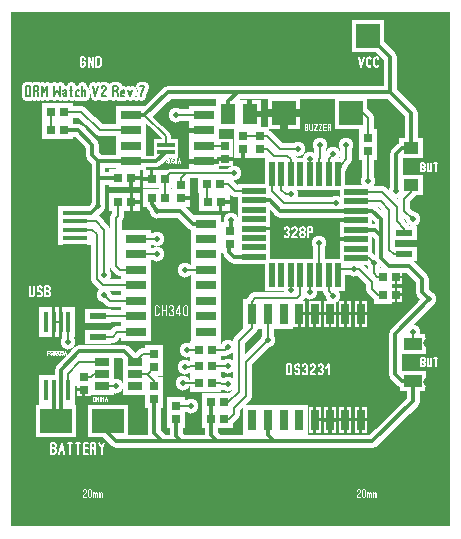
<source format=gbr>
%FSLAX34Y34*%
%MOMM*%
%LNCOPPER_TOP*%
G71*
G01*
%ADD10R, 2.900X1.200*%
%ADD11R, 2.100X0.400*%
%ADD12R, 1.900X2.300*%
%ADD13R, 2.200X7.800*%
%ADD14R, 1.300X2.800*%
%ADD15R, 2.800X1.300*%
%ADD16R, 2.200X1.300*%
%ADD17R, 1.400X0.500*%
%ADD18R, 3.500X2.800*%
%ADD19R, 1.200X2.600*%
%ADD20R, 2.000X1.500*%
%ADD21R, 1.600X1.500*%
%ADD22R, 1.200X1.100*%
%ADD23R, 1.800X0.700*%
%ADD24R, 2.600X1.500*%
%ADD25C, 1.000*%
%ADD26R, 1.500X1.600*%
%ADD27R, 1.400X1.300*%
%ADD28R, 2.100X2.600*%
%ADD29R, 1.900X2.400*%
%ADD30C, 1.300*%
%ADD31C, 1.100*%
%ADD32R, 2.800X2.800*%
%ADD33R, 1.100X2.200*%
%ADD34R, 1.500X2.600*%
%ADD35R, 1.100X1.400*%
%ADD36R, 2.100X1.800*%
%ADD37C, 0.800*%
%ADD38R, 0.500X1.200*%
%ADD39R, 2.300X1.800*%
%ADD40C, 0.500*%
%ADD41C, 2.500*%
%ADD42C, 0.159*%
%ADD43R, 1.100X1.200*%
%ADD44C, 0.800*%
%ADD45C, 0.759*%
%ADD46C, 0.111*%
%ADD47C, 0.044*%
%ADD48C, 0.095*%
%ADD49C, 0.200*%
%ADD50C, 0.127*%
%ADD51C, 0.143*%
%ADD52C, 0.078*%
%ADD53R, 2.000X2.000*%
%ADD54R, 2.100X1.050*%
%ADD55C, 0.900*%
%ADD56R, 1.500X1.500*%
%ADD57C, 0.297*%
%ADD58C, 0.305*%
%ADD59C, 0.197*%
%ADD60C, 0.233*%
%ADD61C, 0.303*%
%ADD62C, 0.397*%
%ADD63C, 0.404*%
%ADD64C, 0.433*%
%ADD65C, 0.315*%
%ADD66C, 0.345*%
%ADD67C, 0.310*%
%ADD68C, 0.667*%
%ADD69C, 0.292*%
%ADD70C, 0.308*%
%ADD71R, 0.500X2.000*%
%ADD72R, 2.000X0.500*%
%ADD73R, 2.700X2.000*%
%ADD74R, 0.400X1.800*%
%ADD75R, 1.200X0.700*%
%ADD76R, 0.800X0.700*%
%ADD77R, 0.700X0.800*%
%ADD78R, 1.300X1.800*%
%ADD79C, 0.300*%
%ADD80R, 0.700X1.800*%
%ADD81R, 1.300X1.000*%
%ADD82R, 1.500X1.000*%
%ADD83R, 1.500X0.450*%
%LPD*%
G36*
X0Y1000000D02*
X372000Y1000000D01*
X372000Y565000D01*
X0Y565000D01*
X0Y1000000D01*
G37*
%LPC*%
X54000Y830000D02*
G54D10*
D03*
X54000Y823000D02*
G54D10*
D03*
X54000Y816000D02*
G54D10*
D03*
X54000Y802000D02*
G54D11*
D03*
X54000Y809000D02*
G54D10*
D03*
X51000Y849000D02*
G54D12*
D03*
X52000Y784000D02*
G54D12*
D03*
X24000Y816000D02*
G54D13*
D03*
X221000Y863000D02*
G54D14*
D03*
X229000Y863000D02*
G54D14*
D03*
X237000Y863000D02*
G54D14*
D03*
X245000Y863000D02*
G54D14*
D03*
X253000Y863000D02*
G54D14*
D03*
X261000Y863000D02*
G54D14*
D03*
X269000Y863000D02*
G54D14*
D03*
X277000Y863000D02*
G54D14*
D03*
X221000Y778000D02*
G54D14*
D03*
X229000Y778000D02*
G54D14*
D03*
X237000Y778000D02*
G54D14*
D03*
X245000Y778000D02*
G54D14*
D03*
X253000Y778000D02*
G54D14*
D03*
X261000Y778000D02*
G54D14*
D03*
X269000Y778000D02*
G54D14*
D03*
X277000Y778000D02*
G54D14*
D03*
X292000Y848000D02*
G54D15*
D03*
X292000Y840000D02*
G54D15*
D03*
X292000Y832000D02*
G54D15*
D03*
X292000Y824000D02*
G54D15*
D03*
X292000Y816000D02*
G54D15*
D03*
X292000Y808000D02*
G54D15*
D03*
X292000Y800000D02*
G54D15*
D03*
X292000Y792000D02*
G54D15*
D03*
X206000Y849000D02*
G54D15*
D03*
X206000Y841000D02*
G54D15*
D03*
X206000Y833000D02*
G54D15*
D03*
X206000Y825000D02*
G54D15*
D03*
X206000Y817000D02*
G54D15*
D03*
X206000Y809000D02*
G54D15*
D03*
X206000Y801000D02*
G54D15*
D03*
X206000Y793000D02*
G54D15*
D03*
X333000Y813000D02*
G54D16*
D03*
X333000Y804000D02*
G54D17*
D03*
X333000Y795000D02*
G54D16*
D03*
X38000Y654000D02*
G54D18*
D03*
X82000Y654000D02*
G54D18*
D03*
X48000Y738000D02*
G54D19*
D03*
X42000Y738000D02*
G54D19*
D03*
X36000Y738000D02*
G54D19*
D03*
X30000Y738000D02*
G54D19*
D03*
X48000Y680000D02*
G54D19*
D03*
X42000Y680000D02*
G54D19*
D03*
X36000Y680000D02*
G54D19*
D03*
X30000Y680000D02*
G54D19*
D03*
X77000Y704000D02*
G54D20*
D03*
X77000Y694000D02*
G54D20*
D03*
X77000Y684000D02*
G54D20*
D03*
X105000Y704000D02*
G54D20*
D03*
X105000Y694000D02*
G54D20*
D03*
X105000Y684000D02*
G54D20*
D03*
X61500Y691500D02*
G54D21*
D03*
X61500Y680500D02*
G54D22*
D03*
X121500Y699500D02*
G54D21*
D03*
X121500Y710500D02*
G54D21*
D03*
X106000Y821000D02*
G54D23*
D03*
X106000Y808000D02*
G54D24*
D03*
X106000Y795000D02*
G54D24*
D03*
X106000Y782000D02*
G54D24*
D03*
X106000Y769000D02*
G54D24*
D03*
X106000Y756000D02*
G54D24*
D03*
X106000Y743000D02*
G54D24*
D03*
X106000Y729000D02*
G54D24*
D03*
X165000Y821000D02*
G54D24*
D03*
X165000Y808000D02*
G54D24*
D03*
X165000Y795000D02*
G54D24*
D03*
X165000Y782000D02*
G54D24*
D03*
X165000Y769000D02*
G54D24*
D03*
X165000Y756000D02*
G54D24*
D03*
X165000Y743000D02*
G54D24*
D03*
X165000Y729000D02*
G54D24*
D03*
G54D25*
X106000Y808000D02*
X124000Y808000D01*
G54D25*
X106000Y795000D02*
X124000Y795000D01*
X74000Y743000D02*
G54D16*
D03*
X74000Y734000D02*
G54D17*
D03*
X74000Y725000D02*
G54D16*
D03*
X170096Y714500D02*
G54D26*
D03*
X159096Y714500D02*
G54D26*
D03*
X181500Y875900D02*
G54D27*
D03*
X181500Y886900D02*
G54D27*
D03*
X102000Y913000D02*
G54D24*
D03*
X102000Y900000D02*
G54D24*
D03*
X102000Y887000D02*
G54D24*
D03*
X102000Y874000D02*
G54D24*
D03*
X163000Y913000D02*
G54D24*
D03*
X163000Y900000D02*
G54D24*
D03*
X163000Y887000D02*
G54D24*
D03*
X163000Y874000D02*
G54D24*
D03*
X184000Y914000D02*
G54D28*
D03*
X202000Y914000D02*
G54D29*
D03*
X45000Y916000D02*
G54D26*
D03*
X34000Y916000D02*
G54D26*
D03*
X45000Y900000D02*
G54D26*
D03*
X34000Y900000D02*
G54D26*
D03*
X121500Y683500D02*
G54D21*
D03*
X121500Y672500D02*
G54D21*
D03*
X243000Y884000D02*
G54D30*
D03*
X253000Y876000D02*
G54D30*
D03*
X262000Y888000D02*
G54D30*
D03*
X273000Y880000D02*
G54D30*
D03*
X284000Y888000D02*
G54D30*
D03*
G54D25*
X284000Y888000D02*
X284000Y876000D01*
X280000Y872000D01*
X277000Y863000D01*
G54D25*
X273000Y880000D02*
X269000Y876000D01*
X269000Y863000D01*
G54D25*
X262000Y888000D02*
X262000Y877000D01*
X261000Y876000D01*
X261000Y863000D01*
G54D25*
X253000Y876000D02*
X253000Y866000D01*
X326000Y849000D02*
G54D30*
D03*
X340000Y825000D02*
G54D30*
D03*
X340000Y729000D02*
G54D30*
D03*
X354000Y757000D02*
G54D30*
D03*
X290000Y783000D02*
G54D30*
D03*
X307000Y788000D02*
G54D30*
D03*
G54D25*
X333000Y813000D02*
X333000Y817000D01*
X327000Y823000D01*
X327000Y835000D01*
X314000Y848000D01*
X292000Y848000D01*
G54D25*
X333000Y795000D02*
X324000Y795000D01*
X320000Y799000D01*
X320000Y833000D01*
X313000Y840000D01*
X292000Y840000D01*
G54D31*
X338900Y885000D02*
X331000Y885000D01*
X326000Y880000D01*
X326000Y849000D01*
G54D25*
X339000Y854000D02*
X339000Y848000D01*
X333000Y842000D01*
X333000Y832000D01*
X340000Y825000D01*
G54D25*
X340000Y729000D02*
X340000Y717000D01*
G54D31*
X292000Y816000D02*
X308000Y816000D01*
X313000Y811000D01*
X313000Y792000D01*
X320000Y785000D01*
X337000Y785000D01*
X348000Y774000D01*
X348000Y763000D01*
X354000Y757000D01*
G54D25*
X269000Y778000D02*
X269000Y764000D01*
X273000Y760000D01*
G54D25*
X261000Y778000D02*
X261000Y805000D01*
X261000Y805000D02*
G54D30*
D03*
X273000Y760000D02*
G54D30*
D03*
X124000Y808000D02*
G54D30*
D03*
X124000Y795000D02*
G54D30*
D03*
G54D25*
X121500Y699500D02*
X116000Y694000D01*
X105000Y694000D01*
X115500Y693500D01*
X121000Y688000D01*
X121000Y685000D01*
X121500Y684500D01*
G54D25*
X48000Y675000D02*
X48000Y694000D01*
X58000Y704000D01*
X77000Y704000D01*
X89000Y684000D02*
G54D30*
D03*
X48000Y721000D02*
G54D30*
D03*
G54D25*
X48000Y738000D02*
X48000Y721000D01*
G54D25*
X89000Y684000D02*
X75000Y684000D01*
G54D25*
X74000Y743000D02*
X106000Y743000D01*
G54D25*
X74000Y725000D02*
X86000Y725000D01*
X90000Y729000D01*
X106000Y729000D01*
G54D25*
X54000Y816000D02*
X69000Y816000D01*
X73000Y812000D01*
X73000Y774000D01*
X78000Y769000D01*
X106000Y769000D01*
G54D25*
X54000Y823000D02*
X72000Y823000D01*
X79000Y816000D01*
X79000Y778000D01*
G54D25*
X106000Y756000D02*
X84000Y756000D01*
X79000Y761000D01*
X79000Y778000D02*
G54D30*
D03*
X79000Y761000D02*
G54D30*
D03*
G54D25*
X34000Y916000D02*
X34000Y900000D01*
G54D25*
X45000Y916000D02*
X59000Y916000D01*
X75000Y900000D01*
X102000Y900000D01*
G54D31*
X45000Y900000D02*
X57000Y900000D01*
X69000Y888000D01*
X69000Y879000D01*
X74000Y874000D01*
X102000Y874000D01*
G54D31*
X54000Y830000D02*
X68000Y830000D01*
X74000Y836000D01*
X74000Y874000D01*
G54D31*
X165000Y821000D02*
X154000Y821000D01*
X143000Y832000D01*
X124000Y832000D01*
X74000Y836000D02*
G54D30*
D03*
G54D31*
X82000Y654000D02*
X82000Y644000D01*
X89000Y637000D01*
X306000Y637000D01*
X340000Y671000D01*
X340000Y688000D01*
G54D31*
X338900Y885000D02*
X339000Y915000D01*
X321000Y933000D01*
X133000Y933000D01*
X113000Y913000D01*
X102000Y913000D01*
X185500Y814500D02*
G54D21*
D03*
X185500Y803500D02*
G54D21*
D03*
X186000Y824000D02*
G54D30*
D03*
G54D31*
X186000Y824000D02*
X186000Y815000D01*
X185500Y814500D01*
G54D25*
X253000Y778000D02*
X253000Y763000D01*
X253000Y763000D02*
G54D30*
D03*
X140000Y913000D02*
G54D30*
D03*
G54D25*
X140000Y913000D02*
X163000Y913000D01*
X101938Y839658D02*
G54D26*
D03*
X90938Y839658D02*
G54D26*
D03*
G54D25*
X106000Y782000D02*
X92000Y782000D01*
X89000Y785000D01*
X89000Y826000D01*
X91000Y828000D01*
X90938Y839658D01*
X101938Y859658D02*
G54D26*
D03*
X90938Y859658D02*
G54D26*
D03*
G54D31*
X90938Y859658D02*
X74342Y859658D01*
X74000Y860000D01*
X196500Y895500D02*
G54D21*
D03*
X196500Y884500D02*
G54D21*
D03*
X166500Y839500D02*
G54D26*
D03*
X177500Y839500D02*
G54D26*
D03*
X166000Y855000D02*
G54D26*
D03*
X177000Y855000D02*
G54D26*
D03*
G54D25*
X163000Y887000D02*
X181500Y886900D01*
G54D25*
X177000Y855000D02*
X184000Y855000D01*
X190000Y849000D01*
X210000Y849000D01*
X302500Y882500D02*
G54D21*
D03*
X302500Y893500D02*
G54D21*
D03*
G54D25*
X221000Y863000D02*
X221000Y849000D01*
X231000Y839000D01*
X275000Y839000D01*
G54D25*
X307000Y788000D02*
X303000Y792000D01*
X295000Y792000D01*
G54D25*
X290000Y783000D02*
X277000Y783000D01*
G54D31*
X206000Y793000D02*
X189000Y793000D01*
X185000Y797000D01*
X185000Y803000D01*
X185500Y803500D01*
X288000Y915000D02*
G54D32*
D03*
X231000Y915000D02*
G54D32*
D03*
X302500Y857500D02*
G54D30*
D03*
G54D25*
X302500Y857500D02*
X302500Y870500D01*
X302500Y882500D01*
X275000Y839000D02*
G54D30*
D03*
X296000Y745000D02*
G54D33*
D03*
X283000Y745000D02*
G54D33*
D03*
X270000Y745000D02*
G54D33*
D03*
X257000Y745000D02*
G54D33*
D03*
X244000Y745000D02*
G54D33*
D03*
X231000Y745000D02*
G54D34*
D03*
X218000Y745000D02*
G54D34*
D03*
X204000Y745000D02*
G54D34*
D03*
X296000Y655000D02*
G54D33*
D03*
X283000Y655000D02*
G54D33*
D03*
X270000Y655000D02*
G54D33*
D03*
X257000Y655000D02*
G54D33*
D03*
X244000Y655000D02*
G54D34*
D03*
X231000Y655000D02*
G54D34*
D03*
X218000Y655000D02*
G54D34*
D03*
X204000Y655000D02*
G54D34*
D03*
G54D31*
X169000Y670000D02*
X169000Y656000D01*
X169000Y642000D01*
X174000Y637000D01*
G54D25*
X204000Y745000D02*
X204000Y755000D01*
X207000Y758000D01*
X242000Y758000D01*
X245000Y761000D01*
X245000Y778000D01*
G54D31*
X218000Y655000D02*
X218000Y642000D01*
X223000Y637000D01*
G54D25*
X218000Y745000D02*
X218000Y723000D01*
X237000Y765000D02*
G54D30*
D03*
G54D25*
X237000Y765000D02*
X237000Y778000D01*
X218000Y723000D02*
G54D30*
D03*
G54D25*
X204000Y745000D02*
X204000Y733000D01*
X193000Y722000D01*
X193000Y679000D01*
X184000Y670000D01*
X180000Y670000D01*
G54D25*
X218000Y723000D02*
X199000Y704000D01*
X199000Y675000D01*
X189000Y665000D01*
X189000Y660000D01*
X185000Y656000D01*
X180000Y656000D01*
G54D31*
X36000Y680000D02*
X36000Y660000D01*
X42000Y660000D01*
X42000Y680000D01*
X42000Y697000D01*
X58000Y713000D01*
X96000Y713000D01*
X105000Y704000D01*
G54D25*
X121500Y710500D02*
X111500Y710500D01*
X105000Y704000D01*
G54D25*
X77000Y694000D02*
X70000Y694000D01*
X67548Y691547D01*
X61500Y691500D01*
G54D25*
X166500Y839500D02*
X166000Y843000D01*
X166000Y855000D01*
G54D31*
X313000Y811000D02*
X313000Y825000D01*
X306000Y832000D01*
X292000Y832000D01*
X338000Y870000D02*
G54D35*
D03*
X338900Y885000D02*
G54D36*
D03*
X339000Y854000D02*
G54D36*
D03*
X353000Y886000D02*
G54D37*
D03*
X353000Y853000D02*
G54D37*
D03*
X359000Y885000D02*
G54D38*
D03*
X359000Y854000D02*
G54D38*
D03*
X338000Y704000D02*
G54D35*
D03*
X340000Y718950D02*
G54D39*
D03*
X340000Y688000D02*
G54D39*
D03*
X353000Y720000D02*
G54D37*
D03*
X353000Y687000D02*
G54D37*
D03*
X359000Y719000D02*
G54D38*
D03*
X359000Y688000D02*
G54D38*
D03*
G54D31*
X340000Y688000D02*
X331000Y688000D01*
X325000Y694000D01*
X325000Y728000D01*
X354000Y757000D01*
X202000Y914000D02*
G54D40*
D03*
X316027Y916954D02*
G54D40*
D03*
X22000Y875000D02*
G54D40*
D03*
X154000Y835000D02*
G54D40*
D03*
X146000Y889000D02*
G54D40*
D03*
X154000Y650000D02*
G54D40*
D03*
X203000Y774000D02*
G54D40*
D03*
X49000Y962000D02*
G54D40*
D03*
X207000Y677000D02*
G54D40*
D03*
X205000Y865000D02*
G54D40*
D03*
X272000Y797000D02*
G54D40*
D03*
X34000Y699000D02*
G54D40*
D03*
X124000Y819000D02*
G54D40*
D03*
X326000Y675000D02*
G54D40*
D03*
X340000Y633000D02*
G54D40*
D03*
X61000Y607000D02*
G54D40*
D03*
X21000Y850000D02*
G54D40*
D03*
X21000Y835000D02*
G54D40*
D03*
X53000Y850000D02*
G54D40*
D03*
X21000Y783000D02*
G54D40*
D03*
X109000Y649000D02*
G54D40*
D03*
X53000Y783000D02*
G54D40*
D03*
X15000Y905000D02*
G54D40*
D03*
X21000Y817000D02*
G54D40*
D03*
X121000Y935000D02*
G54D40*
D03*
X30000Y970000D02*
G54D41*
D03*
X340000Y970000D02*
G54D41*
D03*
X340000Y600000D02*
G54D41*
D03*
X30000Y600000D02*
G54D41*
D03*
X124000Y832000D02*
G54D30*
D03*
G54D31*
X124000Y832000D02*
X119000Y838000D01*
X119000Y843000D01*
X144000Y854000D02*
G54D21*
D03*
X144000Y843000D02*
G54D21*
D03*
X210500Y884500D02*
G54D21*
D03*
X210500Y895500D02*
G54D21*
D03*
G54D25*
X196500Y895500D02*
X210500Y895500D01*
X119000Y843000D02*
G54D26*
D03*
X130000Y843000D02*
G54D26*
D03*
X119000Y859000D02*
G54D26*
D03*
X130000Y859000D02*
G54D26*
D03*
G54D25*
X130000Y859000D02*
X130000Y843000D01*
G54D42*
X233782Y693444D02*
X233782Y702333D01*
X236005Y702333D01*
X236894Y701778D01*
X237338Y700667D01*
X237338Y695111D01*
X236894Y694000D01*
X236005Y693444D01*
X233782Y693444D01*
G54D42*
X240450Y695111D02*
X240894Y694000D01*
X241783Y693444D01*
X242672Y693444D01*
X243561Y694000D01*
X244005Y695111D01*
X244005Y696222D01*
X243561Y697333D01*
X242672Y697889D01*
X241783Y697889D01*
X240894Y698444D01*
X240450Y699556D01*
X240450Y700667D01*
X240894Y701778D01*
X241783Y702333D01*
X242672Y702333D01*
X243561Y701778D01*
X244005Y700667D01*
G54D42*
X247116Y700667D02*
X247561Y701778D01*
X248450Y702333D01*
X249339Y702333D01*
X250228Y701778D01*
X250672Y700667D01*
X250672Y699556D01*
X250228Y698444D01*
X249339Y697889D01*
X250228Y697333D01*
X250672Y696222D01*
X250672Y695111D01*
X250228Y694000D01*
X249339Y693444D01*
X248450Y693444D01*
X247561Y694000D01*
X247116Y695111D01*
G54D42*
X257339Y693444D02*
X253784Y693444D01*
X253784Y694000D01*
X254228Y695111D01*
X256895Y698444D01*
X257339Y699556D01*
X257339Y700667D01*
X256895Y701778D01*
X256006Y702333D01*
X255117Y702333D01*
X254228Y701778D01*
X253784Y700667D01*
G54D42*
X260450Y700667D02*
X260895Y701778D01*
X261784Y702333D01*
X262673Y702333D01*
X263562Y701778D01*
X264006Y700667D01*
X264006Y699556D01*
X263562Y698444D01*
X262673Y697889D01*
X263562Y697333D01*
X264006Y696222D01*
X264006Y695111D01*
X263562Y694000D01*
X262673Y693444D01*
X261784Y693444D01*
X260895Y694000D01*
X260450Y695111D01*
G54D42*
X267118Y699000D02*
X269340Y702333D01*
X269340Y693444D01*
X339027Y939954D02*
G54D40*
D03*
X326000Y776000D02*
G54D43*
D03*
X315000Y776000D02*
G54D26*
D03*
X326000Y761000D02*
G54D43*
D03*
X315000Y760999D02*
G54D26*
D03*
G54D25*
X290000Y783000D02*
X295000Y783000D01*
X306000Y772000D01*
X306000Y766000D01*
X311000Y761000D01*
X315000Y760999D01*
G54D25*
X307000Y788000D02*
X307000Y779000D01*
X310000Y776000D01*
X315000Y776000D01*
G54D31*
X206000Y841000D02*
X219000Y841000D01*
X228000Y832000D01*
X292000Y832000D01*
X180000Y656000D02*
G54D26*
D03*
X169000Y656000D02*
G54D26*
D03*
X180000Y670000D02*
G54D26*
D03*
X169000Y670000D02*
G54D26*
D03*
G54D31*
X121500Y672500D02*
X121500Y643500D01*
X128000Y637000D01*
G54D31*
X184000Y914000D02*
X184000Y925000D01*
X192000Y933000D01*
G54D44*
X130000Y859000D02*
X135000Y864000D01*
X189000Y864000D01*
G54D44*
X144000Y854000D02*
X144000Y860000D01*
X148000Y864000D01*
X237000Y846000D02*
G54D30*
D03*
G54D25*
X229000Y863000D02*
X229000Y850000D01*
X233000Y846000D01*
X237000Y846000D01*
X189000Y864000D02*
G54D30*
D03*
G54D25*
X237000Y863000D02*
X237000Y875500D01*
X234000Y878500D01*
X222500Y878500D01*
X216500Y884500D01*
X210500Y884500D01*
G54D25*
X210500Y895500D02*
X216500Y895500D01*
X228000Y884000D01*
X243000Y884000D01*
G54D45*
X12670Y929000D02*
X12670Y937889D01*
X14892Y937889D01*
X15781Y937333D01*
X16226Y936222D01*
X16226Y930667D01*
X15781Y929556D01*
X14892Y929000D01*
X12670Y929000D01*
G54D45*
X21115Y933444D02*
X22448Y932333D01*
X22893Y931222D01*
X22893Y929000D01*
G54D45*
X19337Y929000D02*
X19337Y937889D01*
X21559Y937889D01*
X22448Y937333D01*
X22893Y936222D01*
X22893Y935111D01*
X22448Y934000D01*
X21559Y933444D01*
X19337Y933444D01*
G54D45*
X26004Y929000D02*
X26004Y937889D01*
X28226Y932333D01*
X30448Y937889D01*
X30448Y929000D01*
G54D45*
X36759Y937889D02*
X36759Y929000D01*
X38981Y934556D01*
X41203Y929000D01*
X41203Y937889D01*
G54D45*
X44314Y933444D02*
X45203Y934000D01*
X46270Y934000D01*
X46981Y932889D01*
X46981Y929000D01*
G54D45*
X46981Y930667D02*
X46536Y931778D01*
X45647Y932000D01*
X44758Y931778D01*
X44314Y930667D01*
X44492Y929556D01*
X45203Y929000D01*
X45647Y929000D01*
X45825Y929000D01*
X46536Y929556D01*
X46981Y930667D01*
G54D45*
X50981Y937889D02*
X50981Y929556D01*
X51425Y929000D01*
X51870Y929222D01*
G54D45*
X50092Y934000D02*
X51870Y934000D01*
G54D45*
X57203Y933667D02*
X56314Y934000D01*
X55425Y933667D01*
X54981Y932556D01*
X54981Y930333D01*
X55425Y929222D01*
X56314Y929000D01*
X57203Y929222D01*
G54D45*
X60314Y929000D02*
X60314Y937889D01*
G54D45*
X60314Y932556D02*
X60758Y933667D01*
X61647Y934000D01*
X62536Y933667D01*
X62981Y932556D01*
X62981Y929000D01*
G54D45*
X69292Y937889D02*
X71514Y929000D01*
X73736Y937889D01*
G54D45*
X80403Y929000D02*
X76847Y929000D01*
X76847Y929556D01*
X77291Y930667D01*
X79958Y934000D01*
X80403Y935111D01*
X80403Y936222D01*
X79958Y937333D01*
X79069Y937889D01*
X78180Y937889D01*
X77291Y937333D01*
X76847Y936222D01*
G54D45*
X88492Y933444D02*
X89825Y932333D01*
X90270Y931222D01*
X90270Y929000D01*
G54D45*
X86714Y929000D02*
X86714Y937889D01*
X88936Y937889D01*
X89825Y937333D01*
X90270Y936222D01*
X90270Y935111D01*
X89825Y934000D01*
X88936Y933444D01*
X86714Y933444D01*
G54D45*
X96048Y929556D02*
X95337Y929000D01*
X94448Y929000D01*
X93559Y929556D01*
X93381Y930667D01*
X93381Y932556D01*
X93825Y933667D01*
X94714Y934000D01*
X95603Y933667D01*
X96048Y932889D01*
X96048Y931778D01*
X93381Y931778D01*
G54D45*
X99159Y934000D02*
X100937Y929000D01*
X102715Y934000D01*
G54D45*
X106182Y929000D02*
X105826Y929000D01*
X105826Y929444D01*
X106182Y929444D01*
X106182Y929000D01*
X105826Y929000D01*
G54D45*
X109293Y937889D02*
X112849Y937889D01*
X112404Y936778D01*
X111515Y935111D01*
X110626Y932889D01*
X110182Y931222D01*
X110182Y929000D01*
X21000Y800000D02*
G54D40*
D03*
G54D25*
X302500Y893500D02*
X302500Y910500D01*
X298000Y915000D01*
X288000Y915000D01*
G54D42*
X231661Y816667D02*
X232105Y817778D01*
X232994Y818333D01*
X233883Y818333D01*
X234772Y817778D01*
X235217Y816667D01*
X235217Y815556D01*
X234772Y814444D01*
X233883Y813889D01*
X234772Y813333D01*
X235217Y812222D01*
X235217Y811111D01*
X234772Y810000D01*
X233883Y809444D01*
X232994Y809444D01*
X232105Y810000D01*
X231661Y811111D01*
G54D42*
X241884Y809444D02*
X238328Y809444D01*
X238328Y810000D01*
X238772Y811111D01*
X241439Y814444D01*
X241884Y815556D01*
X241884Y816667D01*
X241439Y817778D01*
X240550Y818333D01*
X239661Y818333D01*
X238772Y817778D01*
X238328Y816667D01*
G54D42*
X247217Y813889D02*
X246328Y813889D01*
X245439Y814444D01*
X244995Y815556D01*
X244995Y816667D01*
X245439Y817778D01*
X246328Y818333D01*
X247217Y818333D01*
X248106Y817778D01*
X248551Y816667D01*
X248551Y815556D01*
X248106Y814444D01*
X247217Y813889D01*
X248106Y813333D01*
X248551Y812222D01*
X248551Y811111D01*
X248106Y810000D01*
X247217Y809444D01*
X246328Y809444D01*
X245439Y810000D01*
X244995Y811111D01*
X244995Y812222D01*
X245439Y813333D01*
X246328Y813889D01*
G54D42*
X251662Y809444D02*
X251662Y818333D01*
X253884Y818333D01*
X254773Y817778D01*
X255218Y816667D01*
X255218Y815556D01*
X254773Y814444D01*
X253884Y813889D01*
X251662Y813889D01*
G54D46*
X125225Y745111D02*
X124780Y744000D01*
X123891Y743444D01*
X123002Y743444D01*
X122113Y744000D01*
X121669Y745111D01*
X121669Y750667D01*
X122113Y751778D01*
X123002Y752333D01*
X123891Y752333D01*
X124780Y751778D01*
X125225Y750667D01*
G54D46*
X127669Y743444D02*
X127669Y752333D01*
G54D46*
X131225Y743444D02*
X131225Y752333D01*
G54D46*
X127669Y747889D02*
X131225Y747889D01*
G54D46*
X133669Y750667D02*
X134113Y751778D01*
X135002Y752333D01*
X135891Y752333D01*
X136780Y751778D01*
X137225Y750667D01*
X137225Y749556D01*
X136780Y748444D01*
X135891Y747889D01*
X136780Y747333D01*
X137225Y746222D01*
X137225Y745111D01*
X136780Y744000D01*
X135891Y743444D01*
X135002Y743444D01*
X134113Y744000D01*
X133669Y745111D01*
G54D46*
X142336Y743444D02*
X142336Y752333D01*
X139669Y746778D01*
X139669Y745667D01*
X143225Y745667D01*
G54D46*
X149225Y750667D02*
X149225Y745111D01*
X148780Y744000D01*
X147891Y743444D01*
X147002Y743444D01*
X146113Y744000D01*
X145669Y745111D01*
X145669Y750667D01*
X146113Y751778D01*
X147002Y752333D01*
X147891Y752333D01*
X148780Y751778D01*
X149225Y750667D01*
G54D47*
X132521Y872778D02*
X132521Y876334D01*
X131454Y874111D01*
X131454Y873667D01*
X132877Y873667D01*
G54D47*
X135277Y875667D02*
X135277Y873445D01*
X135099Y873000D01*
X134743Y872778D01*
X134388Y872778D01*
X134032Y873000D01*
X133854Y873445D01*
X133854Y875667D01*
X134032Y876111D01*
X134388Y876334D01*
X134743Y876334D01*
X135099Y876111D01*
X135277Y875667D01*
G54D47*
X137677Y876334D02*
X136254Y876334D01*
X136254Y874778D01*
X136432Y874778D01*
X136788Y875000D01*
X137143Y875000D01*
X137499Y874778D01*
X137677Y874334D01*
X137677Y873445D01*
X137499Y873000D01*
X137143Y872778D01*
X136788Y872778D01*
X136432Y873000D01*
X136254Y873445D01*
G54D47*
X140077Y875667D02*
X139899Y876111D01*
X139543Y876334D01*
X139188Y876334D01*
X138832Y876111D01*
X138654Y875667D01*
X138654Y874556D01*
X138654Y874334D01*
X139188Y874778D01*
X139543Y874778D01*
X139899Y874556D01*
X140077Y874111D01*
X140077Y873445D01*
X139899Y873000D01*
X139543Y872778D01*
X139188Y872778D01*
X138832Y873000D01*
X138654Y873445D01*
X138654Y874556D01*
G54D47*
X141054Y872778D02*
X141943Y876334D01*
X142832Y872778D01*
G54D47*
X141410Y874111D02*
X142477Y874111D01*
G54D48*
X248564Y900222D02*
X248564Y905556D01*
X249897Y905556D01*
X250431Y905222D01*
X250697Y904556D01*
X250697Y903889D01*
X250431Y903222D01*
X249897Y902889D01*
X250431Y902556D01*
X250697Y901889D01*
X250697Y901222D01*
X250431Y900556D01*
X249897Y900222D01*
X248564Y900222D01*
G54D48*
X248564Y902889D02*
X249897Y902889D01*
G54D48*
X252564Y905556D02*
X252564Y901222D01*
X252831Y900556D01*
X253364Y900222D01*
X253897Y900222D01*
X254431Y900556D01*
X254697Y901222D01*
X254697Y905556D01*
G54D48*
X256564Y905556D02*
X258697Y905556D01*
X256564Y900222D01*
X258697Y900222D01*
G54D48*
X260564Y905556D02*
X262697Y905556D01*
X260564Y900222D01*
X262697Y900222D01*
G54D48*
X266431Y900222D02*
X264564Y900222D01*
X264564Y905556D01*
X266431Y905556D01*
G54D48*
X264564Y902889D02*
X266431Y902889D01*
G54D48*
X269365Y902889D02*
X270165Y902222D01*
X270431Y901556D01*
X270431Y900222D01*
G54D48*
X268298Y900222D02*
X268298Y905556D01*
X269631Y905556D01*
X270165Y905222D01*
X270431Y904556D01*
X270431Y903889D01*
X270165Y903222D01*
X269631Y902889D01*
X268298Y902889D01*
G54D47*
X30800Y710111D02*
X30800Y713667D01*
X32045Y713667D01*
G54D47*
X30800Y711889D02*
X32045Y711889D01*
G54D47*
X33022Y710778D02*
X33200Y710333D01*
X33556Y710111D01*
X33911Y710111D01*
X34267Y710333D01*
X34445Y710778D01*
X34445Y711222D01*
X34267Y711667D01*
X33911Y711889D01*
X33556Y711889D01*
X33200Y712111D01*
X33022Y712555D01*
X33022Y713000D01*
X33200Y713444D01*
X33556Y713667D01*
X33911Y713667D01*
X34267Y713444D01*
X34445Y713000D01*
G54D47*
X36311Y711889D02*
X35956Y711889D01*
X35600Y712111D01*
X35422Y712555D01*
X35422Y713000D01*
X35600Y713444D01*
X35956Y713667D01*
X36311Y713667D01*
X36667Y713444D01*
X36845Y713000D01*
X36845Y712555D01*
X36667Y712111D01*
X36311Y711889D01*
X36667Y711667D01*
X36845Y711222D01*
X36845Y710778D01*
X36667Y710333D01*
X36311Y710111D01*
X35956Y710111D01*
X35600Y710333D01*
X35422Y710778D01*
X35422Y711222D01*
X35600Y711667D01*
X35956Y711889D01*
G54D47*
X39245Y710111D02*
X37822Y710111D01*
X37822Y710333D01*
X38000Y710778D01*
X39067Y712111D01*
X39245Y712555D01*
X39245Y713000D01*
X39067Y713444D01*
X38711Y713667D01*
X38356Y713667D01*
X38000Y713444D01*
X37822Y713000D01*
G54D47*
X41645Y713000D02*
X41645Y710778D01*
X41467Y710333D01*
X41111Y710111D01*
X40756Y710111D01*
X40400Y710333D01*
X40222Y710778D01*
X40222Y713000D01*
X40400Y713444D01*
X40756Y713667D01*
X41111Y713667D01*
X41467Y713444D01*
X41645Y713000D01*
G54D47*
X44045Y713667D02*
X42622Y713667D01*
X42622Y712111D01*
X42800Y712111D01*
X43156Y712333D01*
X43511Y712333D01*
X43867Y712111D01*
X44045Y711667D01*
X44045Y710778D01*
X43867Y710333D01*
X43511Y710111D01*
X43156Y710111D01*
X42800Y710333D01*
X42622Y710778D01*
G54D47*
X45022Y710111D02*
X45911Y713667D01*
X46800Y710111D01*
G54D47*
X45378Y711444D02*
X46445Y711444D01*
X147000Y782000D02*
G54D30*
D03*
X170096Y700500D02*
G54D26*
D03*
X159096Y700500D02*
G54D26*
D03*
X170096Y686500D02*
G54D26*
D03*
X159096Y686500D02*
G54D26*
D03*
X149000Y714000D02*
G54D30*
D03*
X147000Y700000D02*
G54D30*
D03*
X146000Y686000D02*
G54D30*
D03*
G54D49*
X159096Y714500D02*
X151638Y714451D01*
X149000Y714000D01*
G54D49*
X159096Y700500D02*
X151969Y700451D01*
X151000Y700000D01*
X147000Y700000D01*
G54D49*
X159096Y686500D02*
X150701Y686518D01*
X149000Y686000D01*
X146000Y686000D01*
G54D49*
X165000Y782000D02*
X147000Y782000D01*
X184000Y717000D02*
G54D30*
D03*
X184000Y701000D02*
G54D30*
D03*
X184000Y685000D02*
G54D30*
D03*
G54D25*
X170096Y686500D02*
X177219Y686542D01*
X179000Y685000D01*
X184000Y685000D01*
G54D25*
X170096Y714500D02*
X181500Y714500D01*
X184000Y717000D01*
G54D25*
X170096Y700500D02*
X177127Y700549D01*
X178000Y701000D01*
X184000Y701000D01*
G54D42*
X34171Y626444D02*
X34171Y635333D01*
X36393Y635333D01*
X37282Y634778D01*
X37727Y633667D01*
X37727Y632556D01*
X37282Y631444D01*
X36393Y630889D01*
X37282Y630333D01*
X37727Y629222D01*
X37727Y628111D01*
X37282Y627000D01*
X36393Y626444D01*
X34171Y626444D01*
G54D42*
X34171Y630889D02*
X36393Y630889D01*
G54D42*
X40838Y626444D02*
X43060Y635333D01*
X45282Y626444D01*
G54D42*
X41727Y629778D02*
X44394Y629778D01*
G54D42*
X50171Y626444D02*
X50171Y635333D01*
G54D42*
X48393Y635333D02*
X51949Y635333D01*
G54D42*
X56838Y626444D02*
X56838Y635333D01*
G54D42*
X55060Y635333D02*
X58616Y635333D01*
G54D42*
X64838Y626444D02*
X61727Y626444D01*
X61727Y635333D01*
X64838Y635333D01*
G54D42*
X61727Y630889D02*
X64838Y630889D01*
G54D42*
X69727Y630889D02*
X71060Y629778D01*
X71505Y628667D01*
X71505Y626444D01*
G54D42*
X67949Y626444D02*
X67949Y635333D01*
X70171Y635333D01*
X71060Y634778D01*
X71505Y633667D01*
X71505Y632556D01*
X71060Y631444D01*
X70171Y630889D01*
X67949Y630889D01*
G54D42*
X74616Y635333D02*
X76838Y630889D01*
X76838Y626444D01*
G54D42*
X76838Y630889D02*
X79060Y635333D01*
G54D42*
X15802Y768333D02*
X15802Y761111D01*
X16246Y760000D01*
X17135Y759444D01*
X18024Y759444D01*
X18913Y760000D01*
X19358Y761111D01*
X19358Y768333D01*
G54D42*
X22469Y761111D02*
X22913Y760000D01*
X23802Y759444D01*
X24691Y759444D01*
X25580Y760000D01*
X26025Y761111D01*
X26025Y762222D01*
X25580Y763333D01*
X24691Y763889D01*
X23802Y763889D01*
X22913Y764444D01*
X22469Y765556D01*
X22469Y766667D01*
X22913Y767778D01*
X23802Y768333D01*
X24691Y768333D01*
X25580Y767778D01*
X26025Y766667D01*
G54D42*
X29136Y759444D02*
X29136Y768333D01*
X31358Y768333D01*
X32247Y767778D01*
X32692Y766667D01*
X32692Y765556D01*
X32247Y764444D01*
X31358Y763889D01*
X32247Y763333D01*
X32692Y762222D01*
X32692Y761111D01*
X32247Y760000D01*
X31358Y759444D01*
X29136Y759444D01*
G54D42*
X29136Y763889D02*
X31358Y763889D01*
G54D50*
X347508Y865334D02*
X347508Y872445D01*
X349286Y872445D01*
X349997Y872000D01*
X350352Y871111D01*
X350352Y870222D01*
X349997Y869334D01*
X349286Y868889D01*
X349997Y868445D01*
X350352Y867556D01*
X350352Y866667D01*
X349997Y865778D01*
X349286Y865334D01*
X347508Y865334D01*
G54D50*
X347508Y868889D02*
X349286Y868889D01*
G54D50*
X352841Y872445D02*
X352841Y866667D01*
X353197Y865778D01*
X353908Y865334D01*
X354619Y865334D01*
X355330Y865778D01*
X355685Y866667D01*
X355685Y872445D01*
G54D50*
X359596Y865334D02*
X359596Y872445D01*
G54D50*
X358174Y872445D02*
X361018Y872445D01*
G54D50*
X347508Y700334D02*
X347508Y707445D01*
X349286Y707445D01*
X349997Y707000D01*
X350352Y706111D01*
X350352Y705222D01*
X349997Y704334D01*
X349286Y703889D01*
X349997Y703445D01*
X350352Y702556D01*
X350352Y701667D01*
X349997Y700778D01*
X349286Y700334D01*
X347508Y700334D01*
G54D50*
X347508Y703889D02*
X349286Y703889D01*
G54D50*
X352841Y707445D02*
X352841Y701667D01*
X353197Y700778D01*
X353908Y700334D01*
X354619Y700334D01*
X355330Y700778D01*
X355685Y701667D01*
X355685Y707445D01*
G54D50*
X359596Y700334D02*
X359596Y707445D01*
G54D50*
X358174Y707445D02*
X361018Y707445D01*
X288000Y863000D02*
G54D40*
D03*
X39000Y759000D02*
G54D40*
D03*
X14000Y710000D02*
G54D40*
D03*
X13000Y648000D02*
G54D40*
D03*
X303000Y608000D02*
G54D40*
D03*
X304000Y948000D02*
G54D40*
D03*
X60000Y671000D02*
G54D40*
D03*
G54D47*
X69800Y671111D02*
X69800Y674667D01*
X70689Y674667D01*
X71045Y674444D01*
X71223Y674000D01*
X71223Y671778D01*
X71045Y671333D01*
X70689Y671111D01*
X69800Y671111D01*
G54D47*
X72200Y674667D02*
X72200Y671111D01*
X73089Y673333D01*
X73978Y671111D01*
X73978Y674667D01*
G54D47*
X76379Y674000D02*
X76379Y671778D01*
X76201Y671333D01*
X75845Y671111D01*
X75490Y671111D01*
X75134Y671333D01*
X74956Y671778D01*
X74956Y674000D01*
X75134Y674444D01*
X75490Y674667D01*
X75845Y674667D01*
X76201Y674444D01*
X76379Y674000D01*
G54D47*
X77356Y673333D02*
X78245Y674667D01*
X78245Y671111D01*
G54D47*
X79224Y671111D02*
X80112Y674667D01*
X81001Y671111D01*
G54D47*
X79579Y672444D02*
X80646Y672444D01*
G54D51*
X294763Y962111D02*
X296763Y954111D01*
X298763Y962111D01*
G54D51*
X304763Y955611D02*
X304363Y954611D01*
X303563Y954111D01*
X302763Y954111D01*
X301963Y954611D01*
X301563Y955611D01*
X301563Y960611D01*
X301963Y961611D01*
X302763Y962111D01*
X303563Y962111D01*
X304363Y961611D01*
X304763Y960611D01*
G54D51*
X310763Y955611D02*
X310363Y954611D01*
X309563Y954111D01*
X308763Y954111D01*
X307963Y954611D01*
X307563Y955611D01*
X307563Y960611D01*
X307963Y961611D01*
X308763Y962111D01*
X309563Y962111D01*
X310363Y961611D01*
X310763Y960611D01*
G54D42*
X60777Y958111D02*
X62555Y958111D01*
X62555Y955333D01*
X62111Y954222D01*
X61222Y953666D01*
X60333Y953666D01*
X59444Y954222D01*
X59000Y955333D01*
X59000Y960889D01*
X59444Y962000D01*
X60333Y962555D01*
X61222Y962555D01*
X62111Y962000D01*
X62555Y960889D01*
G54D42*
X65666Y953666D02*
X65666Y962555D01*
X69222Y953666D01*
X69222Y962555D01*
G54D42*
X72334Y953666D02*
X72334Y962555D01*
X74556Y962555D01*
X75445Y962000D01*
X75889Y960889D01*
X75889Y955333D01*
X75445Y954222D01*
X74556Y953666D01*
X72334Y953666D01*
G54D52*
X63489Y590000D02*
X61000Y590000D01*
X61000Y590389D01*
X61311Y591167D01*
X63178Y593500D01*
X63489Y594278D01*
X63489Y595056D01*
X63178Y595833D01*
X62556Y596222D01*
X61933Y596222D01*
X61311Y595833D01*
X61000Y595056D01*
G54D52*
X67689Y595056D02*
X67689Y591167D01*
X67378Y590389D01*
X66756Y590000D01*
X66133Y590000D01*
X65511Y590389D01*
X65200Y591167D01*
X65200Y595056D01*
X65511Y595833D01*
X66133Y596222D01*
X66756Y596222D01*
X67378Y595833D01*
X67689Y595056D01*
G54D52*
X69400Y590000D02*
X69400Y593500D01*
G54D52*
X69400Y592878D02*
X70022Y593500D01*
X70644Y593267D01*
X70956Y592722D01*
X70956Y590000D01*
G54D52*
X70956Y592878D02*
X71578Y593500D01*
X72200Y593267D01*
X72511Y592722D01*
X72511Y590000D01*
G54D52*
X74222Y590000D02*
X74222Y593500D01*
G54D52*
X74222Y592878D02*
X74844Y593500D01*
X75466Y593267D01*
X75778Y592722D01*
X75778Y590000D01*
G54D52*
X75778Y592878D02*
X76400Y593500D01*
X77022Y593267D01*
X77333Y592722D01*
X77333Y590000D01*
G54D52*
X295489Y590000D02*
X293000Y590000D01*
X293000Y590389D01*
X293311Y591167D01*
X295178Y593500D01*
X295489Y594278D01*
X295489Y595056D01*
X295178Y595833D01*
X294556Y596222D01*
X293933Y596222D01*
X293311Y595833D01*
X293000Y595056D01*
G54D52*
X299689Y595056D02*
X299689Y591167D01*
X299378Y590389D01*
X298756Y590000D01*
X298133Y590000D01*
X297511Y590389D01*
X297200Y591167D01*
X297200Y595056D01*
X297511Y595833D01*
X298133Y596222D01*
X298756Y596222D01*
X299378Y595833D01*
X299689Y595056D01*
G54D52*
X301400Y590000D02*
X301400Y593500D01*
G54D52*
X301400Y592878D02*
X302022Y593500D01*
X302644Y593267D01*
X302956Y592722D01*
X302956Y590000D01*
G54D52*
X302956Y592878D02*
X303578Y593500D01*
X304200Y593267D01*
X304511Y592722D01*
X304511Y590000D01*
G54D52*
X306222Y590000D02*
X306222Y593500D01*
G54D52*
X306222Y592878D02*
X306844Y593500D01*
X307466Y593267D01*
X307778Y592722D01*
X307778Y590000D01*
G54D52*
X307778Y592878D02*
X308400Y593500D01*
X309022Y593267D01*
X309333Y592722D01*
X309333Y590000D01*
X302000Y980000D02*
G54D32*
D03*
X68000Y980000D02*
G54D53*
D03*
G54D31*
X302000Y980000D02*
X303000Y980000D01*
X321000Y962000D01*
X321000Y933000D01*
X139595Y656000D02*
G54D21*
D03*
X139595Y667000D02*
G54D21*
D03*
X152000Y667000D02*
G54D30*
D03*
G54D31*
X139595Y656000D02*
X139595Y641405D01*
X144000Y637000D01*
G54D25*
X139595Y667000D02*
X152000Y667000D01*
X131000Y882000D02*
G54D54*
D03*
X131000Y888000D02*
G54D54*
D03*
G54D55*
X102000Y874000D02*
X123000Y874000D01*
X131000Y882000D01*
G54D44*
X131000Y888000D02*
X131000Y895000D01*
X113000Y913000D01*
X356900Y841000D02*
G54D56*
D03*
X356900Y898000D02*
G54D56*
D03*
X357900Y675000D02*
G54D56*
D03*
X357900Y732000D02*
G54D56*
D03*
%LPD*%
G54D57*
G36*
X292000Y822516D02*
X277500Y822516D01*
X277500Y825484D01*
X292000Y825484D01*
X292000Y822516D01*
G37*
G54D57*
G36*
X292000Y806516D02*
X277500Y806516D01*
X277500Y809484D01*
X292000Y809484D01*
X292000Y806516D01*
G37*
G54D58*
G36*
X206000Y818525D02*
X220500Y818525D01*
X220500Y815475D01*
X206000Y815475D01*
X206000Y818525D01*
G37*
G54D59*
G36*
X42987Y738000D02*
X42987Y724500D01*
X41014Y724500D01*
X41014Y738000D01*
X42987Y738000D01*
G37*
G36*
X42000Y737014D02*
X35500Y737014D01*
X35500Y738987D01*
X42000Y738987D01*
X42000Y737014D01*
G37*
G36*
X41014Y738000D02*
X41014Y751500D01*
X42987Y751500D01*
X42987Y738000D01*
X41014Y738000D01*
G37*
G54D49*
G36*
X37000Y738000D02*
X37000Y724500D01*
X35000Y724500D01*
X35000Y738000D01*
X37000Y738000D01*
G37*
G36*
X35000Y738000D02*
X35000Y751500D01*
X37000Y751500D01*
X37000Y738000D01*
X35000Y738000D01*
G37*
G36*
X36000Y739000D02*
X42500Y739000D01*
X42500Y737000D01*
X36000Y737000D01*
X36000Y739000D01*
G37*
G54D60*
G36*
X62666Y680500D02*
X62666Y674500D01*
X60334Y674500D01*
X60334Y680500D01*
X62666Y680500D01*
G37*
G36*
X61500Y679334D02*
X55000Y679334D01*
X55000Y681666D01*
X61500Y681666D01*
X61500Y679334D01*
G37*
G54D61*
G36*
X181500Y874384D02*
X174000Y874384D01*
X174000Y877416D01*
X181500Y877416D01*
X181500Y874384D01*
G37*
G36*
X181500Y877416D02*
X189000Y877416D01*
X189000Y874384D01*
X181500Y874384D01*
X181500Y877416D01*
G37*
G54D62*
G36*
X163000Y898016D02*
X149500Y898016D01*
X149500Y901984D01*
X163000Y901984D01*
X163000Y898016D01*
G37*
G54D63*
G36*
X163000Y876018D02*
X176500Y876018D01*
X176500Y871982D01*
X163000Y871982D01*
X163000Y876018D01*
G37*
G36*
X163000Y871982D02*
X149500Y871982D01*
X149500Y876018D01*
X163000Y876018D01*
X163000Y871982D01*
G37*
G54D64*
G36*
X199834Y914000D02*
X199834Y926500D01*
X204166Y926500D01*
X204166Y914000D01*
X199834Y914000D01*
G37*
G36*
X202000Y916166D02*
X212000Y916166D01*
X212000Y911834D01*
X202000Y911834D01*
X202000Y916166D01*
G37*
G54D65*
G36*
X103513Y839658D02*
X103513Y831158D01*
X100363Y831158D01*
X100363Y839658D01*
X103513Y839658D01*
G37*
G36*
X100363Y839658D02*
X100363Y848158D01*
X103513Y848158D01*
X103513Y839658D01*
X100363Y839658D01*
G37*
G36*
X101938Y841233D02*
X109938Y841233D01*
X109938Y838083D01*
X101938Y838083D01*
X101938Y841233D01*
G37*
G54D66*
G36*
X103664Y859658D02*
X103664Y851158D01*
X100212Y851158D01*
X100212Y859658D01*
X103664Y859658D01*
G37*
G36*
X101938Y861384D02*
X109938Y861384D01*
X109938Y857932D01*
X101938Y857932D01*
X101938Y861384D01*
G37*
G54D61*
G36*
X198016Y884500D02*
X198016Y876500D01*
X194984Y876500D01*
X194984Y884500D01*
X198016Y884500D01*
G37*
G54D67*
G36*
X177500Y841052D02*
X185500Y841052D01*
X185500Y837948D01*
X177500Y837948D01*
X177500Y841052D01*
G37*
G36*
X179052Y839500D02*
X179052Y831000D01*
X175948Y831000D01*
X175948Y839500D01*
X179052Y839500D01*
G37*
G54D68*
G36*
X231000Y918334D02*
X245500Y918334D01*
X245500Y911666D01*
X231000Y911666D01*
X231000Y918334D01*
G37*
G36*
X234334Y915000D02*
X234334Y900500D01*
X227666Y900500D01*
X227666Y915000D01*
X234334Y915000D01*
G37*
G36*
X231000Y911666D02*
X216500Y911666D01*
X216500Y918334D01*
X231000Y918334D01*
X231000Y911666D01*
G37*
G54D60*
G36*
X297166Y745000D02*
X297166Y733500D01*
X294834Y733500D01*
X294834Y745000D01*
X297166Y745000D01*
G37*
G36*
X296000Y743834D02*
X290000Y743834D01*
X290000Y746166D01*
X296000Y746166D01*
X296000Y743834D01*
G37*
G36*
X294834Y745000D02*
X294834Y756500D01*
X297166Y756500D01*
X297166Y745000D01*
X294834Y745000D01*
G37*
G36*
X296000Y746166D02*
X302000Y746166D01*
X302000Y743834D01*
X296000Y743834D01*
X296000Y746166D01*
G37*
G54D60*
G36*
X284166Y745000D02*
X284166Y733500D01*
X281834Y733500D01*
X281834Y745000D01*
X284166Y745000D01*
G37*
G36*
X283000Y743834D02*
X277000Y743834D01*
X277000Y746166D01*
X283000Y746166D01*
X283000Y743834D01*
G37*
G36*
X281834Y745000D02*
X281834Y756500D01*
X284166Y756500D01*
X284166Y745000D01*
X281834Y745000D01*
G37*
G36*
X283000Y746166D02*
X289000Y746166D01*
X289000Y743834D01*
X283000Y743834D01*
X283000Y746166D01*
G37*
G54D60*
G36*
X271166Y745000D02*
X271166Y733500D01*
X268834Y733500D01*
X268834Y745000D01*
X271166Y745000D01*
G37*
G36*
X270000Y743834D02*
X264000Y743834D01*
X264000Y746166D01*
X270000Y746166D01*
X270000Y743834D01*
G37*
G36*
X270000Y746166D02*
X276000Y746166D01*
X276000Y743834D01*
X270000Y743834D01*
X270000Y746166D01*
G37*
G54D60*
G36*
X258166Y745000D02*
X258166Y733500D01*
X255834Y733500D01*
X255834Y745000D01*
X258166Y745000D01*
G37*
G36*
X257000Y743834D02*
X251000Y743834D01*
X251000Y746166D01*
X257000Y746166D01*
X257000Y743834D01*
G37*
G36*
X257000Y746166D02*
X263000Y746166D01*
X263000Y743834D01*
X257000Y743834D01*
X257000Y746166D01*
G37*
G54D60*
G36*
X245166Y745000D02*
X245166Y733500D01*
X242834Y733500D01*
X242834Y745000D01*
X245166Y745000D01*
G37*
G36*
X244000Y746166D02*
X250000Y746166D01*
X250000Y743834D01*
X244000Y743834D01*
X244000Y746166D01*
G37*
G54D60*
G36*
X297166Y655000D02*
X297166Y643500D01*
X294834Y643500D01*
X294834Y655000D01*
X297166Y655000D01*
G37*
G36*
X296000Y653834D02*
X290000Y653834D01*
X290000Y656166D01*
X296000Y656166D01*
X296000Y653834D01*
G37*
G36*
X294834Y655000D02*
X294834Y666500D01*
X297166Y666500D01*
X297166Y655000D01*
X294834Y655000D01*
G37*
G36*
X296000Y656166D02*
X302000Y656166D01*
X302000Y653834D01*
X296000Y653834D01*
X296000Y656166D01*
G37*
G54D60*
G36*
X284166Y655000D02*
X284166Y643500D01*
X281834Y643500D01*
X281834Y655000D01*
X284166Y655000D01*
G37*
G36*
X283000Y653834D02*
X277000Y653834D01*
X277000Y656166D01*
X283000Y656166D01*
X283000Y653834D01*
G37*
G36*
X281834Y655000D02*
X281834Y666500D01*
X284166Y666500D01*
X284166Y655000D01*
X281834Y655000D01*
G37*
G36*
X283000Y656166D02*
X289000Y656166D01*
X289000Y653834D01*
X283000Y653834D01*
X283000Y656166D01*
G37*
G54D61*
G36*
X271516Y655000D02*
X271516Y643500D01*
X268484Y643500D01*
X268484Y655000D01*
X271516Y655000D01*
G37*
G36*
X270000Y653484D02*
X264000Y653484D01*
X264000Y656516D01*
X270000Y656516D01*
X270000Y653484D01*
G37*
G36*
X268484Y655000D02*
X268484Y666500D01*
X271516Y666500D01*
X271516Y655000D01*
X268484Y655000D01*
G37*
G36*
X270000Y656516D02*
X276000Y656516D01*
X276000Y653484D01*
X270000Y653484D01*
X270000Y656516D01*
G37*
G54D60*
G36*
X258166Y655000D02*
X258166Y643500D01*
X255834Y643500D01*
X255834Y655000D01*
X258166Y655000D01*
G37*
G36*
X255834Y655000D02*
X255834Y666500D01*
X258166Y666500D01*
X258166Y655000D01*
X255834Y655000D01*
G37*
G36*
X257000Y656166D02*
X263000Y656166D01*
X263000Y653834D01*
X257000Y653834D01*
X257000Y656166D01*
G37*
G54D69*
G36*
X144000Y844458D02*
X152500Y844458D01*
X152500Y841542D01*
X144000Y841542D01*
X144000Y844458D01*
G37*
G54D70*
G36*
X117460Y859000D02*
X117460Y867500D01*
X120540Y867500D01*
X120540Y859000D01*
X117460Y859000D01*
G37*
G36*
X119000Y857460D02*
X111000Y857460D01*
X111000Y860540D01*
X119000Y860540D01*
X119000Y857460D01*
G37*
G54D60*
G36*
X327166Y776000D02*
X327166Y769500D01*
X324834Y769500D01*
X324834Y776000D01*
X327166Y776000D01*
G37*
G36*
X326000Y777166D02*
X332000Y777166D01*
X332000Y774834D01*
X326000Y774834D01*
X326000Y777166D01*
G37*
G54D60*
G36*
X327166Y761000D02*
X327166Y754500D01*
X324834Y754500D01*
X324834Y761000D01*
X327166Y761000D01*
G37*
G36*
X324834Y761000D02*
X324834Y767500D01*
X327166Y767500D01*
X327166Y761000D01*
X324834Y761000D01*
G37*
G36*
X326000Y762166D02*
X332000Y762166D01*
X332000Y759834D01*
X326000Y759834D01*
X326000Y762166D01*
G37*
X54000Y830000D02*
G54D11*
D03*
X54000Y823000D02*
G54D11*
D03*
X54000Y816000D02*
G54D11*
D03*
X54000Y802000D02*
G54D11*
D03*
X54000Y809000D02*
G54D11*
D03*
X51000Y849000D02*
G54D12*
D03*
X52000Y784000D02*
G54D12*
D03*
X24000Y816000D02*
G54D13*
D03*
X221000Y863000D02*
G54D71*
D03*
X229000Y863000D02*
G54D71*
D03*
X237000Y863000D02*
G54D71*
D03*
X245000Y863000D02*
G54D71*
D03*
X253000Y863000D02*
G54D71*
D03*
X261000Y863000D02*
G54D71*
D03*
X269000Y863000D02*
G54D71*
D03*
X277000Y863000D02*
G54D71*
D03*
X221000Y778000D02*
G54D71*
D03*
X229000Y778000D02*
G54D71*
D03*
X237000Y778000D02*
G54D71*
D03*
X245000Y778000D02*
G54D71*
D03*
X253000Y778000D02*
G54D71*
D03*
X261000Y778000D02*
G54D71*
D03*
X269000Y778000D02*
G54D71*
D03*
X277000Y778000D02*
G54D71*
D03*
X292000Y848000D02*
G54D72*
D03*
X292000Y840000D02*
G54D72*
D03*
X292000Y832000D02*
G54D72*
D03*
X292000Y824000D02*
G54D72*
D03*
X292000Y816000D02*
G54D72*
D03*
X292000Y808000D02*
G54D72*
D03*
X292000Y800000D02*
G54D72*
D03*
X292000Y792000D02*
G54D72*
D03*
X206000Y849000D02*
G54D72*
D03*
X206000Y841000D02*
G54D72*
D03*
X206000Y833000D02*
G54D72*
D03*
X206000Y825000D02*
G54D72*
D03*
X206000Y817000D02*
G54D72*
D03*
X206000Y809000D02*
G54D72*
D03*
X206000Y801000D02*
G54D72*
D03*
X206000Y793000D02*
G54D72*
D03*
X333000Y813000D02*
G54D17*
D03*
X333000Y804000D02*
G54D17*
D03*
X333000Y795000D02*
G54D17*
D03*
X38000Y654000D02*
G54D73*
D03*
X82000Y654000D02*
G54D73*
D03*
X48000Y738000D02*
G54D74*
D03*
X42000Y738000D02*
G54D74*
D03*
X36000Y738000D02*
G54D74*
D03*
X30000Y738000D02*
G54D74*
D03*
X48000Y680000D02*
G54D74*
D03*
X42000Y680000D02*
G54D74*
D03*
X36000Y680000D02*
G54D74*
D03*
X30000Y680000D02*
G54D74*
D03*
X77000Y704000D02*
G54D75*
D03*
X77000Y694000D02*
G54D75*
D03*
X77000Y684000D02*
G54D75*
D03*
X105000Y704000D02*
G54D75*
D03*
X105000Y694000D02*
G54D75*
D03*
X105000Y684000D02*
G54D75*
D03*
X61500Y691500D02*
G54D76*
D03*
X61500Y680500D02*
G54D76*
D03*
X121500Y699500D02*
G54D76*
D03*
X121500Y710500D02*
G54D76*
D03*
X106000Y821000D02*
G54D23*
D03*
X106000Y808000D02*
G54D23*
D03*
X106000Y795000D02*
G54D23*
D03*
X106000Y782000D02*
G54D23*
D03*
X106000Y769000D02*
G54D23*
D03*
X106000Y756000D02*
G54D23*
D03*
X106000Y743000D02*
G54D23*
D03*
X106000Y729000D02*
G54D23*
D03*
X165000Y821000D02*
G54D23*
D03*
X165000Y808000D02*
G54D23*
D03*
X165000Y795000D02*
G54D23*
D03*
X165000Y782000D02*
G54D23*
D03*
X165000Y769000D02*
G54D23*
D03*
X165000Y756000D02*
G54D23*
D03*
X165000Y743000D02*
G54D23*
D03*
X165000Y729000D02*
G54D23*
D03*
G54D49*
X106000Y808000D02*
X124000Y808000D01*
G54D49*
X106000Y795000D02*
X124000Y795000D01*
X74000Y743000D02*
G54D17*
D03*
X74000Y734000D02*
G54D17*
D03*
X74000Y725000D02*
G54D17*
D03*
X170096Y714500D02*
G54D77*
D03*
X159096Y714500D02*
G54D77*
D03*
X181500Y875900D02*
G54D76*
D03*
X181500Y886900D02*
G54D76*
D03*
X102000Y913000D02*
G54D23*
D03*
X102000Y900000D02*
G54D23*
D03*
X102000Y887000D02*
G54D23*
D03*
X102000Y874000D02*
G54D23*
D03*
X163000Y913000D02*
G54D23*
D03*
X163000Y900000D02*
G54D23*
D03*
X163000Y887000D02*
G54D23*
D03*
X163000Y874000D02*
G54D23*
D03*
X184000Y914000D02*
G54D78*
D03*
X202000Y914000D02*
G54D78*
D03*
X45000Y916000D02*
G54D77*
D03*
X34000Y916000D02*
G54D77*
D03*
X45000Y900000D02*
G54D77*
D03*
X34000Y900000D02*
G54D77*
D03*
X121500Y683500D02*
G54D76*
D03*
X121500Y672500D02*
G54D76*
D03*
X243000Y884000D02*
G54D40*
D03*
X253000Y876000D02*
G54D40*
D03*
X262000Y888000D02*
G54D40*
D03*
X273000Y880000D02*
G54D40*
D03*
X284000Y888000D02*
G54D40*
D03*
G54D49*
X284000Y888000D02*
X284000Y876000D01*
X280000Y872000D01*
X277000Y863000D01*
G54D49*
X273000Y880000D02*
X269000Y876000D01*
X269000Y863000D01*
G54D49*
X262000Y888000D02*
X262000Y877000D01*
X261000Y876000D01*
X261000Y863000D01*
G54D49*
X253000Y876000D02*
X253000Y866000D01*
X326000Y849000D02*
G54D40*
D03*
X340000Y825000D02*
G54D40*
D03*
X340000Y729000D02*
G54D40*
D03*
X354000Y757000D02*
G54D40*
D03*
X290000Y783000D02*
G54D40*
D03*
X307000Y788000D02*
G54D40*
D03*
G54D49*
X333000Y813000D02*
X333000Y817000D01*
X327000Y823000D01*
X327000Y835000D01*
X314000Y848000D01*
X292000Y848000D01*
G54D49*
X333000Y795000D02*
X324000Y795000D01*
X320000Y799000D01*
X320000Y833000D01*
X313000Y840000D01*
X292000Y840000D01*
G54D79*
X338900Y885000D02*
X331000Y885000D01*
X326000Y880000D01*
X326000Y849000D01*
G54D49*
X339000Y854000D02*
X339000Y848000D01*
X333000Y842000D01*
X333000Y832000D01*
X340000Y825000D01*
G54D49*
X340000Y729000D02*
X340000Y717000D01*
G54D79*
X292000Y816000D02*
X308000Y816000D01*
X313000Y811000D01*
X313000Y792000D01*
X320000Y785000D01*
X337000Y785000D01*
X348000Y774000D01*
X348000Y763000D01*
X354000Y757000D01*
G54D49*
X269000Y778000D02*
X269000Y764000D01*
X273000Y760000D01*
G54D49*
X261000Y778000D02*
X261000Y805000D01*
X261000Y805000D02*
G54D40*
D03*
X273000Y760000D02*
G54D40*
D03*
X124000Y808000D02*
G54D40*
D03*
X124000Y795000D02*
G54D40*
D03*
G54D49*
X121500Y699500D02*
X116000Y694000D01*
X105000Y694000D01*
X115500Y693500D01*
X121000Y688000D01*
X121000Y685000D01*
X121500Y684500D01*
G54D49*
X48000Y675000D02*
X48000Y694000D01*
X58000Y704000D01*
X77000Y704000D01*
X89000Y684000D02*
G54D40*
D03*
X48000Y721000D02*
G54D40*
D03*
G54D49*
X48000Y738000D02*
X48000Y721000D01*
G54D49*
X89000Y684000D02*
X75000Y684000D01*
G54D49*
X74000Y743000D02*
X106000Y743000D01*
G54D49*
X74000Y725000D02*
X86000Y725000D01*
X90000Y729000D01*
X106000Y729000D01*
G54D49*
X54000Y816000D02*
X69000Y816000D01*
X73000Y812000D01*
X73000Y774000D01*
X78000Y769000D01*
X106000Y769000D01*
G54D49*
X54000Y823000D02*
X72000Y823000D01*
X79000Y816000D01*
X79000Y778000D01*
G54D49*
X106000Y756000D02*
X84000Y756000D01*
X79000Y761000D01*
X79000Y778000D02*
G54D40*
D03*
X79000Y761000D02*
G54D40*
D03*
G54D49*
X34000Y916000D02*
X34000Y900000D01*
G54D49*
X45000Y916000D02*
X59000Y916000D01*
X75000Y900000D01*
X102000Y900000D01*
G54D79*
X45000Y900000D02*
X57000Y900000D01*
X69000Y888000D01*
X69000Y879000D01*
X74000Y874000D01*
X102000Y874000D01*
G54D79*
X54000Y830000D02*
X68000Y830000D01*
X74000Y836000D01*
X74000Y874000D01*
G54D79*
X165000Y821000D02*
X154000Y821000D01*
X143000Y832000D01*
X124000Y832000D01*
X74000Y836000D02*
G54D40*
D03*
G54D79*
X82000Y654000D02*
X82000Y644000D01*
X89000Y637000D01*
X306000Y637000D01*
X340000Y671000D01*
X340000Y688000D01*
G54D79*
X338900Y885000D02*
X339000Y915000D01*
X321000Y933000D01*
X133000Y933000D01*
X113000Y913000D01*
X102000Y913000D01*
X185500Y814500D02*
G54D76*
D03*
X185500Y803500D02*
G54D76*
D03*
X186000Y824000D02*
G54D40*
D03*
G54D79*
X186000Y824000D02*
X186000Y815000D01*
X185500Y814500D01*
G54D49*
X253000Y778000D02*
X253000Y763000D01*
X253000Y763000D02*
G54D40*
D03*
X140000Y913000D02*
G54D40*
D03*
G54D49*
X140000Y913000D02*
X163000Y913000D01*
X101938Y839658D02*
G54D77*
D03*
X90938Y839658D02*
G54D77*
D03*
G54D49*
X106000Y782000D02*
X92000Y782000D01*
X89000Y785000D01*
X89000Y826000D01*
X91000Y828000D01*
X90938Y839658D01*
X101938Y859658D02*
G54D77*
D03*
X90938Y859658D02*
G54D77*
D03*
G54D79*
X90938Y859658D02*
X74342Y859658D01*
X74000Y860000D01*
X196500Y895500D02*
G54D76*
D03*
X196500Y884500D02*
G54D76*
D03*
X166500Y839500D02*
G54D77*
D03*
X177500Y839500D02*
G54D77*
D03*
X166000Y855000D02*
G54D77*
D03*
X177000Y855000D02*
G54D77*
D03*
G54D49*
X163000Y887000D02*
X181500Y886900D01*
G54D49*
X177000Y855000D02*
X184000Y855000D01*
X190000Y849000D01*
X210000Y849000D01*
X302500Y882500D02*
G54D76*
D03*
X302500Y893500D02*
G54D76*
D03*
G54D49*
X221000Y863000D02*
X221000Y849000D01*
X231000Y839000D01*
X275000Y839000D01*
G54D49*
X307000Y788000D02*
X303000Y792000D01*
X295000Y792000D01*
G54D49*
X290000Y783000D02*
X277000Y783000D01*
G54D79*
X206000Y793000D02*
X189000Y793000D01*
X185000Y797000D01*
X185000Y803000D01*
X185500Y803500D01*
X288000Y915000D02*
G54D53*
D03*
X231000Y915000D02*
G54D53*
D03*
X302500Y857500D02*
G54D40*
D03*
G54D49*
X302500Y857500D02*
X302500Y870500D01*
X302500Y882500D01*
X275000Y839000D02*
G54D40*
D03*
X296000Y745000D02*
G54D80*
D03*
X283000Y745000D02*
G54D80*
D03*
X270000Y745000D02*
G54D80*
D03*
X257000Y745000D02*
G54D80*
D03*
X244000Y745000D02*
G54D80*
D03*
X231000Y745000D02*
G54D80*
D03*
X218000Y745000D02*
G54D80*
D03*
X204000Y745000D02*
G54D80*
D03*
X296000Y655000D02*
G54D80*
D03*
X283000Y655000D02*
G54D80*
D03*
X270000Y655000D02*
G54D80*
D03*
X257000Y655000D02*
G54D80*
D03*
X244000Y655000D02*
G54D80*
D03*
X231000Y655000D02*
G54D80*
D03*
X218000Y655000D02*
G54D80*
D03*
X204000Y655000D02*
G54D80*
D03*
G54D79*
X169000Y670000D02*
X169000Y656000D01*
X169000Y642000D01*
X174000Y637000D01*
G54D49*
X204000Y745000D02*
X204000Y755000D01*
X207000Y758000D01*
X242000Y758000D01*
X245000Y761000D01*
X245000Y778000D01*
G54D79*
X218000Y655000D02*
X218000Y642000D01*
X223000Y637000D01*
G54D49*
X218000Y745000D02*
X218000Y723000D01*
X237000Y765000D02*
G54D40*
D03*
G54D49*
X237000Y765000D02*
X237000Y778000D01*
X218000Y723000D02*
G54D40*
D03*
G54D49*
X204000Y745000D02*
X204000Y733000D01*
X193000Y722000D01*
X193000Y679000D01*
X184000Y670000D01*
X180000Y670000D01*
G54D49*
X218000Y723000D02*
X199000Y704000D01*
X199000Y675000D01*
X189000Y665000D01*
X189000Y660000D01*
X185000Y656000D01*
X180000Y656000D01*
G54D79*
X36000Y680000D02*
X36000Y660000D01*
X42000Y660000D01*
X42000Y680000D01*
X42000Y697000D01*
X58000Y713000D01*
X96000Y713000D01*
X105000Y704000D01*
G54D49*
X121500Y710500D02*
X111500Y710500D01*
X105000Y704000D01*
G54D49*
X77000Y694000D02*
X70000Y694000D01*
X67548Y691547D01*
X61500Y691500D01*
G54D49*
X166500Y839500D02*
X166000Y843000D01*
X166000Y855000D01*
G54D79*
X313000Y811000D02*
X313000Y825000D01*
X306000Y832000D01*
X292000Y832000D01*
X338000Y870000D02*
G54D35*
D03*
X338900Y885000D02*
G54D81*
D03*
X339000Y854000D02*
G54D81*
D03*
X353000Y886000D02*
G54D37*
D03*
X353000Y853000D02*
G54D37*
D03*
X359000Y885000D02*
G54D38*
D03*
X359000Y854000D02*
G54D38*
D03*
X338000Y704000D02*
G54D35*
D03*
X340000Y718950D02*
G54D82*
D03*
X340000Y688000D02*
G54D82*
D03*
X353000Y720000D02*
G54D37*
D03*
X353000Y687000D02*
G54D37*
D03*
X359000Y719000D02*
G54D38*
D03*
X359000Y688000D02*
G54D38*
D03*
G54D79*
X340000Y688000D02*
X331000Y688000D01*
X325000Y694000D01*
X325000Y728000D01*
X354000Y757000D01*
X202000Y914000D02*
G54D40*
D03*
X316027Y916954D02*
G54D40*
D03*
X22000Y875000D02*
G54D40*
D03*
X154000Y835000D02*
G54D40*
D03*
X146000Y889000D02*
G54D40*
D03*
X154000Y650000D02*
G54D40*
D03*
X203000Y774000D02*
G54D40*
D03*
X49000Y962000D02*
G54D40*
D03*
X207000Y677000D02*
G54D40*
D03*
X205000Y865000D02*
G54D40*
D03*
X272000Y797000D02*
G54D40*
D03*
X34000Y699000D02*
G54D40*
D03*
X124000Y819000D02*
G54D40*
D03*
X326000Y675000D02*
G54D40*
D03*
X340000Y633000D02*
G54D40*
D03*
X61000Y607000D02*
G54D40*
D03*
X21000Y850000D02*
G54D40*
D03*
X21000Y835000D02*
G54D40*
D03*
X53000Y850000D02*
G54D40*
D03*
X21000Y783000D02*
G54D40*
D03*
X109000Y649000D02*
G54D40*
D03*
X53000Y783000D02*
G54D40*
D03*
X15000Y905000D02*
G54D40*
D03*
X21000Y817000D02*
G54D40*
D03*
X121000Y935000D02*
G54D40*
D03*
X30000Y970000D02*
G54D41*
D03*
X340000Y970000D02*
G54D41*
D03*
X340000Y600000D02*
G54D41*
D03*
X30000Y600000D02*
G54D41*
D03*
X124000Y832000D02*
G54D40*
D03*
G54D79*
X124000Y832000D02*
X119000Y838000D01*
X119000Y843000D01*
X144000Y854000D02*
G54D76*
D03*
X144000Y843000D02*
G54D76*
D03*
X210500Y884500D02*
G54D76*
D03*
X210500Y895500D02*
G54D76*
D03*
G54D49*
X196500Y895500D02*
X210500Y895500D01*
X119000Y843000D02*
G54D77*
D03*
X130000Y843000D02*
G54D77*
D03*
X119000Y859000D02*
G54D77*
D03*
X130000Y859000D02*
G54D77*
D03*
G54D49*
X130000Y859000D02*
X130000Y843000D01*
X339027Y939954D02*
G54D40*
D03*
X326000Y776000D02*
G54D77*
D03*
X315000Y776000D02*
G54D77*
D03*
X326000Y761000D02*
G54D77*
D03*
X315000Y760999D02*
G54D77*
D03*
G54D49*
X290000Y783000D02*
X295000Y783000D01*
X306000Y772000D01*
X306000Y766000D01*
X311000Y761000D01*
X315000Y760999D01*
G54D49*
X307000Y788000D02*
X307000Y779000D01*
X310000Y776000D01*
X315000Y776000D01*
G54D79*
X206000Y841000D02*
X219000Y841000D01*
X228000Y832000D01*
X292000Y832000D01*
X180000Y656000D02*
G54D77*
D03*
X169000Y656000D02*
G54D77*
D03*
X180000Y670000D02*
G54D77*
D03*
X169000Y670000D02*
G54D77*
D03*
G54D79*
X121500Y672500D02*
X121500Y643500D01*
X128000Y637000D01*
G54D79*
X184000Y914000D02*
X184000Y925000D01*
X192000Y933000D01*
G54D49*
X130000Y859000D02*
X135000Y864000D01*
X189000Y864000D01*
G54D49*
X144000Y854000D02*
X144000Y860000D01*
X148000Y864000D01*
X237000Y846000D02*
G54D40*
D03*
G54D49*
X229000Y863000D02*
X229000Y850000D01*
X233000Y846000D01*
X237000Y846000D01*
X189000Y864000D02*
G54D40*
D03*
G54D49*
X237000Y863000D02*
X237000Y875500D01*
X234000Y878500D01*
X222500Y878500D01*
X216500Y884500D01*
X210500Y884500D01*
G54D49*
X210500Y895500D02*
X216500Y895500D01*
X228000Y884000D01*
X243000Y884000D01*
G54D42*
X12670Y929000D02*
X12670Y937889D01*
X14892Y937889D01*
X15781Y937333D01*
X16226Y936222D01*
X16226Y930667D01*
X15781Y929556D01*
X14892Y929000D01*
X12670Y929000D01*
G54D42*
X21115Y933444D02*
X22448Y932333D01*
X22893Y931222D01*
X22893Y929000D01*
G54D42*
X19337Y929000D02*
X19337Y937889D01*
X21559Y937889D01*
X22448Y937333D01*
X22893Y936222D01*
X22893Y935111D01*
X22448Y934000D01*
X21559Y933444D01*
X19337Y933444D01*
G54D42*
X26004Y929000D02*
X26004Y937889D01*
X28226Y932333D01*
X30448Y937889D01*
X30448Y929000D01*
G54D42*
X36759Y937889D02*
X36759Y929000D01*
X38981Y934556D01*
X41203Y929000D01*
X41203Y937889D01*
G54D42*
X44314Y933444D02*
X45203Y934000D01*
X46270Y934000D01*
X46981Y932889D01*
X46981Y929000D01*
G54D42*
X46981Y930667D02*
X46536Y931778D01*
X45647Y932000D01*
X44758Y931778D01*
X44314Y930667D01*
X44492Y929556D01*
X45203Y929000D01*
X45647Y929000D01*
X45825Y929000D01*
X46536Y929556D01*
X46981Y930667D01*
G54D42*
X50981Y937889D02*
X50981Y929556D01*
X51425Y929000D01*
X51870Y929222D01*
G54D42*
X50092Y934000D02*
X51870Y934000D01*
G54D42*
X57203Y933667D02*
X56314Y934000D01*
X55425Y933667D01*
X54981Y932556D01*
X54981Y930333D01*
X55425Y929222D01*
X56314Y929000D01*
X57203Y929222D01*
G54D42*
X60314Y929000D02*
X60314Y937889D01*
G54D42*
X60314Y932556D02*
X60758Y933667D01*
X61647Y934000D01*
X62536Y933667D01*
X62981Y932556D01*
X62981Y929000D01*
G54D42*
X69292Y937889D02*
X71514Y929000D01*
X73736Y937889D01*
G54D42*
X80403Y929000D02*
X76847Y929000D01*
X76847Y929556D01*
X77291Y930667D01*
X79958Y934000D01*
X80403Y935111D01*
X80403Y936222D01*
X79958Y937333D01*
X79069Y937889D01*
X78180Y937889D01*
X77291Y937333D01*
X76847Y936222D01*
G54D42*
X88492Y933444D02*
X89825Y932333D01*
X90270Y931222D01*
X90270Y929000D01*
G54D42*
X86714Y929000D02*
X86714Y937889D01*
X88936Y937889D01*
X89825Y937333D01*
X90270Y936222D01*
X90270Y935111D01*
X89825Y934000D01*
X88936Y933444D01*
X86714Y933444D01*
G54D42*
X96048Y929556D02*
X95337Y929000D01*
X94448Y929000D01*
X93559Y929556D01*
X93381Y930667D01*
X93381Y932556D01*
X93825Y933667D01*
X94714Y934000D01*
X95603Y933667D01*
X96048Y932889D01*
X96048Y931778D01*
X93381Y931778D01*
G54D42*
X99159Y934000D02*
X100937Y929000D01*
X102715Y934000D01*
G54D42*
X106182Y929000D02*
X105826Y929000D01*
X105826Y929444D01*
X106182Y929444D01*
X106182Y929000D01*
X105826Y929000D01*
G54D42*
X109293Y937889D02*
X112849Y937889D01*
X112404Y936778D01*
X111515Y935111D01*
X110626Y932889D01*
X110182Y931222D01*
X110182Y929000D01*
X21000Y800000D02*
G54D40*
D03*
G54D49*
X302500Y893500D02*
X302500Y910500D01*
X298000Y915000D01*
X288000Y915000D01*
X147000Y782000D02*
G54D40*
D03*
X170096Y700500D02*
G54D77*
D03*
X159096Y700500D02*
G54D77*
D03*
X170096Y686500D02*
G54D77*
D03*
X159096Y686500D02*
G54D77*
D03*
X149000Y714000D02*
G54D40*
D03*
X147000Y700000D02*
G54D40*
D03*
X146000Y686000D02*
G54D40*
D03*
G54D49*
X159096Y714500D02*
X151638Y714451D01*
X149000Y714000D01*
G54D49*
X159096Y700500D02*
X151969Y700451D01*
X151000Y700000D01*
X147000Y700000D01*
G54D49*
X159096Y686500D02*
X150701Y686518D01*
X149000Y686000D01*
X146000Y686000D01*
G54D49*
X165000Y782000D02*
X147000Y782000D01*
X184000Y717000D02*
G54D40*
D03*
X184000Y701000D02*
G54D40*
D03*
X184000Y685000D02*
G54D40*
D03*
G54D49*
X170096Y686500D02*
X177219Y686542D01*
X179000Y685000D01*
X184000Y685000D01*
G54D49*
X170096Y714500D02*
X181500Y714500D01*
X184000Y717000D01*
G54D49*
X170096Y700500D02*
X177127Y700549D01*
X178000Y701000D01*
X184000Y701000D01*
X288000Y863000D02*
G54D40*
D03*
X39000Y759000D02*
G54D40*
D03*
X14000Y710000D02*
G54D40*
D03*
X13000Y648000D02*
G54D40*
D03*
X303000Y608000D02*
G54D40*
D03*
X304000Y948000D02*
G54D40*
D03*
X60000Y671000D02*
G54D40*
D03*
X302000Y980000D02*
G54D53*
D03*
X68000Y980000D02*
G54D53*
D03*
G54D79*
X302000Y980000D02*
X303000Y980000D01*
X321000Y962000D01*
X321000Y933000D01*
X139595Y656000D02*
G54D76*
D03*
X139595Y667000D02*
G54D76*
D03*
X152000Y667000D02*
G54D40*
D03*
G54D79*
X139595Y656000D02*
X139595Y641405D01*
X144000Y637000D01*
G54D49*
X139595Y667000D02*
X152000Y667000D01*
X131000Y882000D02*
G54D83*
D03*
X131000Y888000D02*
G54D83*
D03*
G54D79*
X102000Y874000D02*
X123000Y874000D01*
X131000Y882000D01*
G54D49*
X131000Y888000D02*
X131000Y895000D01*
X113000Y913000D01*
X356900Y841000D02*
G54D56*
D03*
X356900Y898000D02*
G54D56*
D03*
X357900Y675000D02*
G54D56*
D03*
X357900Y732000D02*
G54D56*
D03*
M02*

</source>
